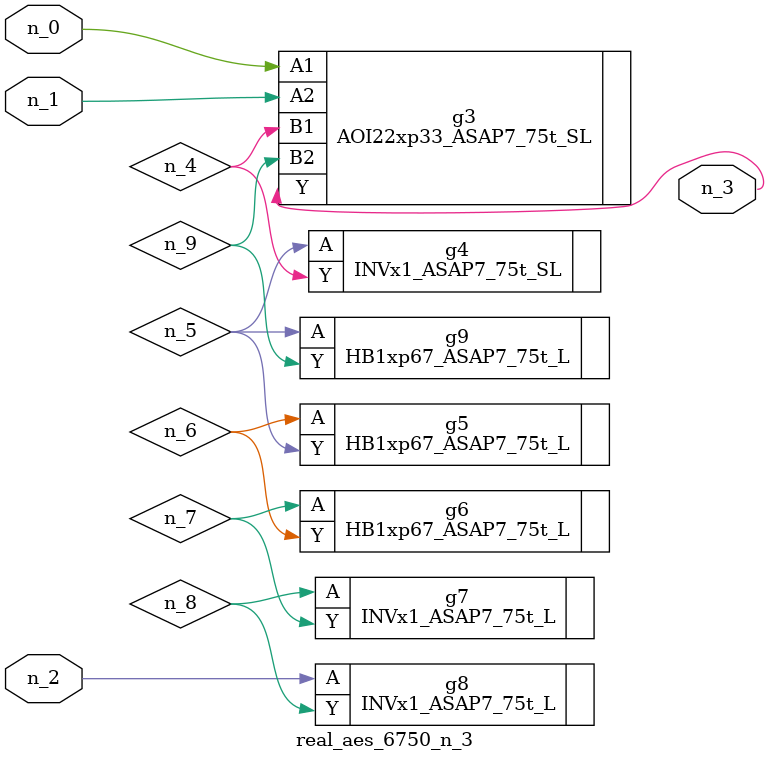
<source format=v>
module real_aes_6750_n_3 (n_0, n_2, n_1, n_3);
input n_0;
input n_2;
input n_1;
output n_3;
wire n_4;
wire n_5;
wire n_7;
wire n_9;
wire n_6;
wire n_8;
AOI22xp33_ASAP7_75t_SL g3 ( .A1(n_0), .A2(n_1), .B1(n_4), .B2(n_9), .Y(n_3) );
INVx1_ASAP7_75t_L g8 ( .A(n_2), .Y(n_8) );
INVx1_ASAP7_75t_SL g4 ( .A(n_5), .Y(n_4) );
HB1xp67_ASAP7_75t_L g9 ( .A(n_5), .Y(n_9) );
HB1xp67_ASAP7_75t_L g5 ( .A(n_6), .Y(n_5) );
HB1xp67_ASAP7_75t_L g6 ( .A(n_7), .Y(n_6) );
INVx1_ASAP7_75t_L g7 ( .A(n_8), .Y(n_7) );
endmodule
</source>
